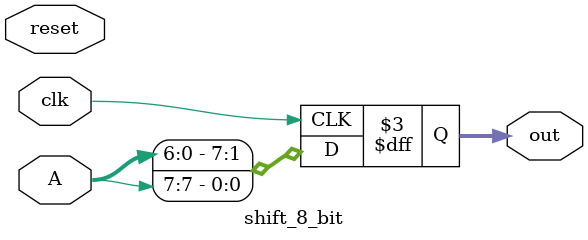
<source format=v>
`timescale 1ns / 1ps

module shift_8_bit(
input clk,
input reset,
input [7:0]A,
output reg[7:0]out
    );
    
    integer i;
    reg [7:0]temp;
    always @(posedge clk)
     begin
      temp[7:0] = A[7:0];
      
      out[0] <= temp[7];
      for(i = 0; i < 7; i = i+1)
       begin
         out[i+1] <= temp[i];
       end
     end
endmodule

</source>
